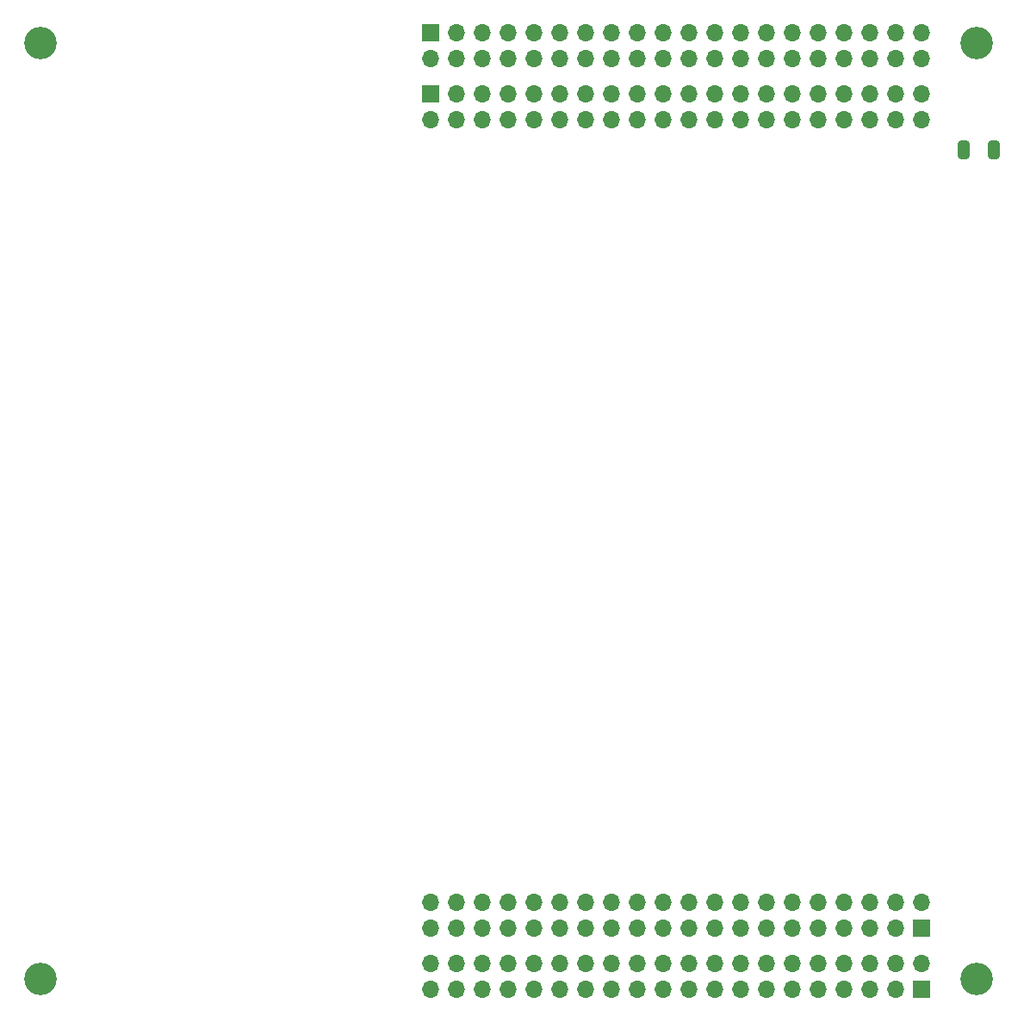
<source format=gbr>
%TF.GenerationSoftware,KiCad,Pcbnew,8.0.5-8.0.5-0~ubuntu22.04.1*%
%TF.CreationDate,2024-10-04T08:55:23+02:00*%
%TF.ProjectId,emptyBoard,656d7074-7942-46f6-9172-642e6b696361,rev?*%
%TF.SameCoordinates,Original*%
%TF.FileFunction,Soldermask,Top*%
%TF.FilePolarity,Negative*%
%FSLAX46Y46*%
G04 Gerber Fmt 4.6, Leading zero omitted, Abs format (unit mm)*
G04 Created by KiCad (PCBNEW 8.0.5-8.0.5-0~ubuntu22.04.1) date 2024-10-04 08:55:23*
%MOMM*%
%LPD*%
G01*
G04 APERTURE LIST*
G04 Aperture macros list*
%AMRoundRect*
0 Rectangle with rounded corners*
0 $1 Rounding radius*
0 $2 $3 $4 $5 $6 $7 $8 $9 X,Y pos of 4 corners*
0 Add a 4 corners polygon primitive as box body*
4,1,4,$2,$3,$4,$5,$6,$7,$8,$9,$2,$3,0*
0 Add four circle primitives for the rounded corners*
1,1,$1+$1,$2,$3*
1,1,$1+$1,$4,$5*
1,1,$1+$1,$6,$7*
1,1,$1+$1,$8,$9*
0 Add four rect primitives between the rounded corners*
20,1,$1+$1,$2,$3,$4,$5,0*
20,1,$1+$1,$4,$5,$6,$7,0*
20,1,$1+$1,$6,$7,$8,$9,0*
20,1,$1+$1,$8,$9,$2,$3,0*%
G04 Aperture macros list end*
%ADD10R,1.700000X1.700000*%
%ADD11O,1.700000X1.700000*%
%ADD12RoundRect,0.250000X-0.325000X-0.650000X0.325000X-0.650000X0.325000X0.650000X-0.325000X0.650000X0*%
%ADD13C,3.200000*%
G04 APERTURE END LIST*
D10*
%TO.C,J1*%
X92367000Y-53000000D03*
D11*
X92367000Y-55540000D03*
X94907000Y-53000000D03*
X94907000Y-55540000D03*
X97447000Y-53000000D03*
X97447000Y-55540000D03*
X99987000Y-53000000D03*
X99987000Y-55540000D03*
X102527000Y-53000000D03*
X102527000Y-55540000D03*
X105067000Y-53000000D03*
X105067000Y-55540000D03*
X107607000Y-53000000D03*
X107607000Y-55540000D03*
X110147000Y-53000000D03*
X110147000Y-55540000D03*
X112687000Y-53000000D03*
X112687000Y-55540000D03*
X115227000Y-53000000D03*
X115227000Y-55540000D03*
X117767000Y-53000000D03*
X117767000Y-55540000D03*
X120307000Y-53000000D03*
X120307000Y-55540000D03*
X122847000Y-53000000D03*
X122847000Y-55540000D03*
X125387000Y-53000000D03*
X125387000Y-55540000D03*
X127927000Y-53000000D03*
X127927000Y-55540000D03*
X130467000Y-53000000D03*
X130467000Y-55540000D03*
X133007000Y-53000000D03*
X133007000Y-55540000D03*
X135547000Y-53000000D03*
X135547000Y-55540000D03*
X138087000Y-53000000D03*
X138087000Y-55540000D03*
X140627000Y-53000000D03*
X140627000Y-55540000D03*
%TD*%
D12*
%TO.C,C3*%
X144725000Y-64500000D03*
X147675000Y-64500000D03*
%TD*%
D10*
%TO.C,J4*%
X140627000Y-141000000D03*
D11*
X140627000Y-138460000D03*
X138087000Y-141000000D03*
X138087000Y-138460000D03*
X135547000Y-141000000D03*
X135547000Y-138460000D03*
X133007000Y-141000000D03*
X133007000Y-138460000D03*
X130467000Y-141000000D03*
X130467000Y-138460000D03*
X127927000Y-141000000D03*
X127927000Y-138460000D03*
X125387000Y-141000000D03*
X125387000Y-138460000D03*
X122847000Y-141000000D03*
X122847000Y-138460000D03*
X120307000Y-141000000D03*
X120307000Y-138460000D03*
X117767000Y-141000000D03*
X117767000Y-138460000D03*
X115227000Y-141000000D03*
X115227000Y-138460000D03*
X112687000Y-141000000D03*
X112687000Y-138460000D03*
X110147000Y-141000000D03*
X110147000Y-138460000D03*
X107607000Y-141000000D03*
X107607000Y-138460000D03*
X105067000Y-141000000D03*
X105067000Y-138460000D03*
X102527000Y-141000000D03*
X102527000Y-138460000D03*
X99987000Y-141000000D03*
X99987000Y-138460000D03*
X97447000Y-141000000D03*
X97447000Y-138460000D03*
X94907000Y-141000000D03*
X94907000Y-138460000D03*
X92367000Y-141000000D03*
X92367000Y-138460000D03*
%TD*%
D10*
%TO.C,J2*%
X140627000Y-147000000D03*
D11*
X140627000Y-144460000D03*
X138087000Y-147000000D03*
X138087000Y-144460000D03*
X135547000Y-147000000D03*
X135547000Y-144460000D03*
X133007000Y-147000000D03*
X133007000Y-144460000D03*
X130467000Y-147000000D03*
X130467000Y-144460000D03*
X127927000Y-147000000D03*
X127927000Y-144460000D03*
X125387000Y-147000000D03*
X125387000Y-144460000D03*
X122847000Y-147000000D03*
X122847000Y-144460000D03*
X120307000Y-147000000D03*
X120307000Y-144460000D03*
X117767000Y-147000000D03*
X117767000Y-144460000D03*
X115227000Y-147000000D03*
X115227000Y-144460000D03*
X112687000Y-147000000D03*
X112687000Y-144460000D03*
X110147000Y-147000000D03*
X110147000Y-144460000D03*
X107607000Y-147000000D03*
X107607000Y-144460000D03*
X105067000Y-147000000D03*
X105067000Y-144460000D03*
X102527000Y-147000000D03*
X102527000Y-144460000D03*
X99987000Y-147000000D03*
X99987000Y-144460000D03*
X97447000Y-147000000D03*
X97447000Y-144460000D03*
X94907000Y-147000000D03*
X94907000Y-144460000D03*
X92367000Y-147000000D03*
X92367000Y-144460000D03*
%TD*%
D13*
%TO.C,H3*%
X146000000Y-54000000D03*
%TD*%
D10*
%TO.C,J3*%
X92367000Y-59000000D03*
D11*
X92367000Y-61540000D03*
X94907000Y-59000000D03*
X94907000Y-61540000D03*
X97447000Y-59000000D03*
X97447000Y-61540000D03*
X99987000Y-59000000D03*
X99987000Y-61540000D03*
X102527000Y-59000000D03*
X102527000Y-61540000D03*
X105067000Y-59000000D03*
X105067000Y-61540000D03*
X107607000Y-59000000D03*
X107607000Y-61540000D03*
X110147000Y-59000000D03*
X110147000Y-61540000D03*
X112687000Y-59000000D03*
X112687000Y-61540000D03*
X115227000Y-59000000D03*
X115227000Y-61540000D03*
X117767000Y-59000000D03*
X117767000Y-61540000D03*
X120307000Y-59000000D03*
X120307000Y-61540000D03*
X122847000Y-59000000D03*
X122847000Y-61540000D03*
X125387000Y-59000000D03*
X125387000Y-61540000D03*
X127927000Y-59000000D03*
X127927000Y-61540000D03*
X130467000Y-59000000D03*
X130467000Y-61540000D03*
X133007000Y-59000000D03*
X133007000Y-61540000D03*
X135547000Y-59000000D03*
X135547000Y-61540000D03*
X138087000Y-59000000D03*
X138087000Y-61540000D03*
X140627000Y-59000000D03*
X140627000Y-61540000D03*
%TD*%
D13*
%TO.C,H1*%
X54000000Y-54000000D03*
%TD*%
%TO.C,H2*%
X54000000Y-146000000D03*
%TD*%
%TO.C,H4*%
X146000000Y-146000000D03*
%TD*%
M02*

</source>
